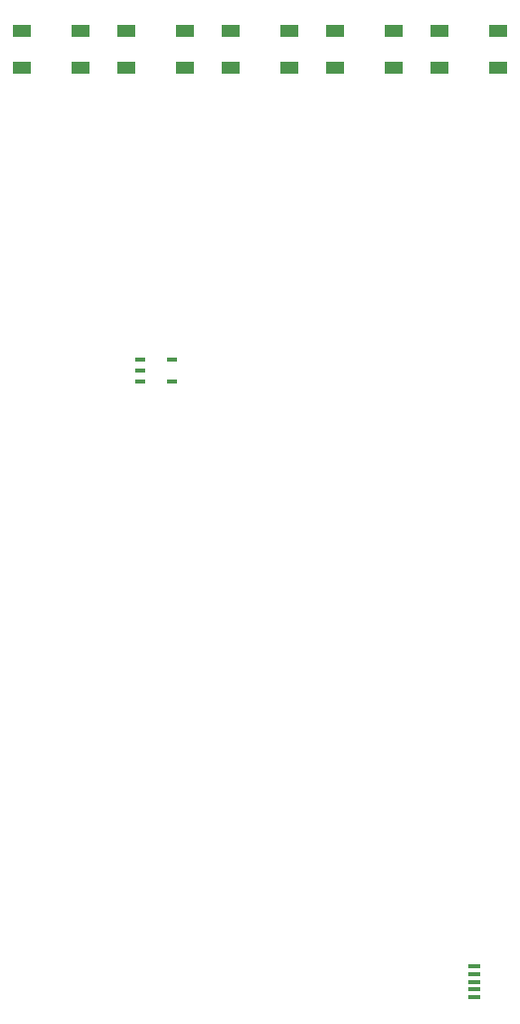
<source format=gbr>
G04 #@! TF.FileFunction,Paste,Top*
%FSLAX46Y46*%
G04 Gerber Fmt 4.6, Leading zero omitted, Abs format (unit mm)*
G04 Created by KiCad (PCBNEW 4.0.4-stable) date 08/11/17 14:19:39*
%MOMM*%
%LPD*%
G01*
G04 APERTURE LIST*
%ADD10C,0.500000*%
%ADD11R,1.100000X0.450000*%
%ADD12R,1.600000X1.000000*%
%ADD13R,0.847600X0.397600*%
G04 APERTURE END LIST*
D10*
D11*
X43030000Y14699000D03*
X43030000Y15349000D03*
X43030000Y15999000D03*
X43030000Y16649000D03*
X43030000Y17299000D03*
D12*
X9485000Y93650000D03*
X9485000Y96850000D03*
X4485000Y93650000D03*
X4485000Y96850000D03*
X18375000Y93650000D03*
X18375000Y96850000D03*
X13375000Y93650000D03*
X13375000Y96850000D03*
X27265000Y93650000D03*
X27265000Y96850000D03*
X22265000Y93650000D03*
X22265000Y96850000D03*
X36155000Y93650000D03*
X36155000Y96850000D03*
X31155000Y93650000D03*
X31155000Y96850000D03*
X45045000Y93650000D03*
X45045000Y96850000D03*
X40045000Y93650000D03*
X40045000Y96850000D03*
D13*
X17305000Y68895000D03*
X17305000Y66995000D03*
X14605000Y68895000D03*
X14605000Y67945000D03*
X14605000Y66995000D03*
M02*

</source>
